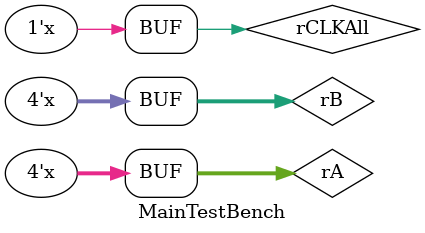
<source format=v>
`timescale 1ns / 1ps


module MainTestBench();
    
    reg rCLKAll;
    reg[3:0] rA, rB;
    wire[3:0] wEN;
    wire[7:0] wD;
    wire wSA, wSB, wSR;
    
    parameter pTClock = 10, pDelay = 400000;
    
    Main MainProc
    (
        .wCLK(rCLKAll),
        .wA(rA),
        .wB(rB),
        .wSgnA(wSA),
        .wSgnB(wSB),
        .wSgnR(wSR),
        .wEnables(wEN),
        .wDigits(wD)
    );
    
    initial
    begin
        rCLKAll = 1'b0;
        rA = 4'b0000;
        rB = 4'b0000;
    end
    
    always
    begin
        #(pTClock / 2) rCLKAll <= ~rCLKAll;
    end
    
    always
    begin
        #pDelay {rA ,rB} = {rA ,rB} + 1'b1; 
    end
    
endmodule

</source>
